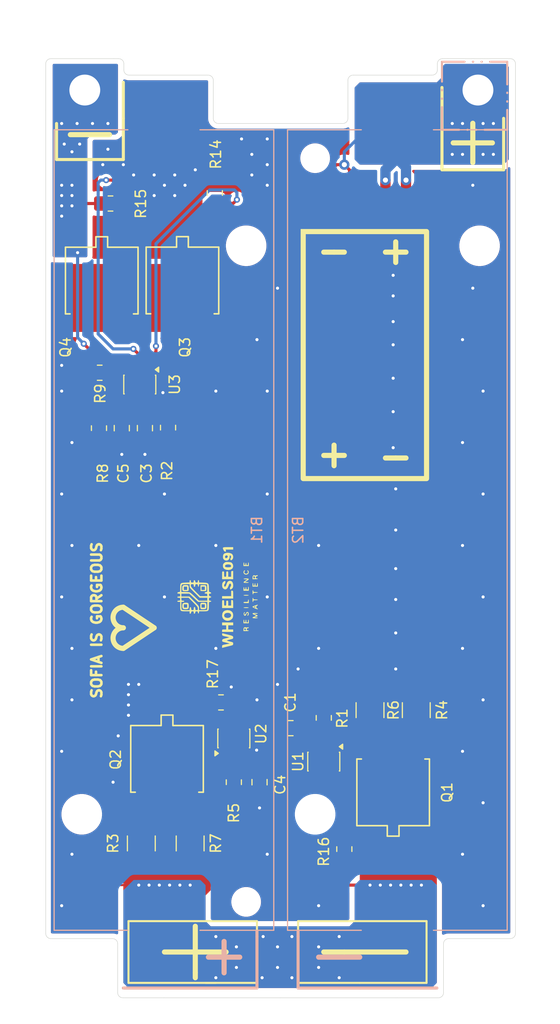
<source format=kicad_pcb>
(kicad_pcb (version 20241229) (generator "pcbnew") (generator_version "9.0")
  (layers (0 "F.Cu" signal) (2 "B.Cu" signal) (13 "F.Paste" user) (15 "B.Paste" user) (5 "F.SilkS" user "F.Silkscreen") (7 "B.SilkS" user "B.Silkscreen") (1 "F.Mask" user) (3 "B.Mask" user) (25 "Edge.Cuts" user))
  (net 0 "")
  (net 1 "PB+")
  (net 2 "/B1+2")
  (net 3 "GND")
  (net 4 "GND1")
  (net 5 "Net-(Q1-D)")
  (net 6 "/OUT1")
  (net 7 "/OUT2")
  (net 8 "Net-(Q2-D)")
  (net 9 "/OD")
  (net 10 "Net-(Q3-D)")
  (net 11 "/OC")
  (net 12 "/VC")
  (net 13 "Net-(U3-CS)")
  (net 14 "/VDD")
  (net 17 "/VDD(B1)")
  (net 22 "/VDD(B2)")
  (footprint "Resistor_SMD:R_1210_3225Metric_Pad1.30x2.65mm_HandSolder" (layer "F.Cu") (at 82.75 133.95 90)
    (property "Reference" "R3" (at 0 -2.75 90) (layer "F.SilkS"))
    (property "Value" "90R")
    (pad "1" smd roundrect (at -1.55 0 90) (size 1.3 2.65) (layers "F.Cu" "F.Mask" "F.Paste") (roundrect_rratio 0.192308) (net 2 "/B1+2"))
    (pad "2" smd roundrect (at 1.55 0 90) (size 1.3 2.65) (layers "F.Cu" "F.Mask" "F.Paste") (roundrect_rratio 0.192308) (net 8 "Net-(Q2-D)"))
  )
  (footprint "LOGO" (layer "F.Cu") (at 90.727064 110 90)
    (property "Reference" "G***" (hide yes))
    (property "Value" "LOGO" (hide yes))
  )
  (footprint "Capacitor_SMD:C_0805_2012Metric_Pad1.18x1.45mm_HandSolder" (layer "F.Cu") (at 83.1 93.6 -90)
    (property "Reference" "C3" (at 4.4 -0.15 90) (layer "F.SilkS"))
    (property "Value" "0.1uF")
    (pad "1" smd roundrect (at -1.0375 0 270) (size 1.175 1.45) (layers "F.Cu" "F.Mask" "F.Paste") (roundrect_rratio 0.212766) (net 14 "/VDD"))
    (pad "2" smd roundrect (at 1.0375 0 270) (size 1.175 1.45) (layers "F.Cu" "F.Mask" "F.Paste") (roundrect_rratio 0.212766) (net 3 "GND"))
  )
  (footprint "Connector_Wire:SolderWire-2.5sqmm_1x01_D2.4mm_OD4.4mm" (layer "F.Cu") (at 115.5 60.75)
    (property "Reference" "+" (at -0.5 4.75 0) (layer "F.SilkS") (effects (font (size 5 5) (thickness 0.5))))
    (property "Value" "Conn_01x01_Pin")
    (pad "1" thru_hole roundrect (at 0 0) (size 4.4 4.4) (drill 3) (layers "*.Cu" "*.Mask") (roundrect_rratio 0.056818) (net 1 "PB+"))
  )
  (footprint "Resistor_SMD:R_0805_2012Metric_Pad1.20x1.40mm_HandSolder" (layer "F.Cu") (at 100.5 121.75 -90)
    (property "Reference" "R1" (at 0.05 -1.8 90) (layer "F.SilkS"))
    (property "Value" "100R")
    (pad "1" smd roundrect (at -1 0 270) (size 1.2 1.4) (layers "F.Cu" "F.Mask" "F.Paste") (roundrect_rratio 0.208333) (net 1 "PB+"))
    (pad "2" smd roundrect (at 1 0 270) (size 1.2 1.4) (layers "F.Cu" "F.Mask" "F.Paste") (roundrect_rratio 0.208333) (net 17 "/VDD(B1)"))
  )
  (footprint "AOD4184A:TO252_AOS-L" (layer "F.Cu") (at 107.25 128.988)
    (property "Reference" "Q1" (at 5.25 0.012 90) (layer "F.SilkS"))
    (property "Value" "AOD4184A")
    (pad "1" smd rect (at -2.286 4.9657) (size 0.889 2.4384) (layers "F.Cu" "F.Mask" "F.Paste") (net 6 "/OUT1"))
    (pad "2" smd rect (at 0 -1.7653) (size 5.5118 5.7912) (layers "F.Cu" "F.Mask" "F.Paste") (net 5 "Net-(Q1-D)"))
    (pad "3" smd rect (at 2.286 4.9657) (size 0.889 2.4384) (layers "F.Cu" "F.Mask" "F.Paste") (net 2 "/B1+2"))
  )
  (footprint "Resistor_SMD:R_0805_2012Metric_Pad1.20x1.40mm_HandSolder" (layer "F.Cu") (at 89.9 70.75 -90)
    (property "Reference" "R14" (at -3.75 -0.1 90) (layer "F.SilkS"))
    (property "Value" "100k")
    (pad "1" smd roundrect (at -1 0 270) (size 1.2 1.4) (layers "F.Cu" "F.Mask" "F.Paste") (roundrect_rratio 0.208333) (net 3 "GND"))
    (pad "2" smd roundrect (at 1 0 270) (size 1.2 1.4) (layers "F.Cu" "F.Mask" "F.Paste") (roundrect_rratio 0.208333) (net 9 "/OD"))
  )
  (footprint "Package_TO_SOT_SMD:SOT-23-6" (layer "F.Cu") (at 82.6 89.3625 -90)
    (property "Reference" "U3" (at 0 -3.4 90) (layer "F.SilkS"))
    (property "Value" "HY2120")
    (pad "1" smd roundrect (at -1.1375 -0.95 270) (size 1.325 0.6) (layers "F.Cu" "F.Mask" "F.Paste") (net 9 "/OD"))
    (pad "2" smd roundrect (at -1.1375 0 270) (size 1.325 0.6) (layers "F.Cu" "F.Mask" "F.Paste") (net 11 "/OC"))
    (pad "3" smd roundrect (at -1.1375 0.95 270) (size 1.325 0.6) (layers "F.Cu" "F.Mask" "F.Paste") (net 13 "Net-(U3-CS)"))
    (pad "4" smd roundrect (at 1.1375 0.95 270) (size 1.325 0.6) (layers "F.Cu" "F.Mask" "F.Paste") (net 12 "/VC"))
    (pad "5" smd roundrect (at 1.1375 0 270) (size 1.325 0.6) (layers "F.Cu" "F.Mask" "F.Paste") (net 14 "/VDD"))
    (pad "6" smd roundrect (at 1.1375 -0.95 270) (size 1.325 0.6) (layers "F.Cu" "F.Mask" "F.Paste") (net 3 "GND"))
  )
  (footprint "Resistor_SMD:R_0805_2012Metric_Pad1.20x1.40mm_HandSolder" (layer "F.Cu") (at 85.35 93.55 90)
    (property "Reference" "R2" (at -4.2 -0.1 90) (layer "F.SilkS"))
    (property "Value" "330R")
    (pad "1" smd roundrect (at -1 0 90) (size 1.2 1.4) (layers "F.Cu" "F.Mask" "F.Paste") (roundrect_rratio 0.208333) (net 1 "PB+"))
    (pad "2" smd roundrect (at 1 0 90) (size 1.2 1.4) (layers "F.Cu" "F.Mask" "F.Paste") (roundrect_rratio 0.208333) (net 14 "/VDD"))
  )
  (footprint "AOD4184A:TO252_AOS-L" (layer "F.Cu") (at 78.9 79.2597 180)
    (property "Reference" "Q4" (at 3.5306 -6.4903 90) (layer "F.SilkS"))
    (property "Value" "AOD4184A")
    (pad "1" smd rect (at -2.286 4.9657 180) (size 0.889 2.4384) (layers "F.Cu" "F.Mask" "F.Paste") (net 11 "/OC"))
    (pad "2" smd rect (at 0 -1.7653 180) (size 5.5118 5.7912) (layers "F.Cu" "F.Mask" "F.Paste") (net 10 "Net-(Q3-D)"))
    (pad "3" smd rect (at 2.286 4.9657 180) (size 0.889 2.4384) (layers "F.Cu" "F.Mask" "F.Paste") (net 4 "GND1"))
  )
  (footprint "Resistor_SMD:R_0805_2012Metric_Pad1.20x1.40mm_HandSolder" (layer "F.Cu") (at 90.5 120.25 180)
    (property "Reference" "R17" (at 0.8 2.75 90) (layer "F.SilkS"))
    (property "Value" "100k")
    (pad "1" smd roundrect (at -1 0 180) (size 1.2 1.4) (layers "F.Cu" "F.Mask" "F.Paste") (roundrect_rratio 0.208333) (net 3 "GND"))
    (pad "2" smd roundrect (at 1 0 180) (size 1.2 1.4) (layers "F.Cu" "F.Mask" "F.Paste") (roundrect_rratio 0.208333) (net 7 "/OUT2"))
  )
  (footprint "Resistor_SMD:R_1210_3225Metric_Pad1.30x2.65mm_HandSolder" (layer "F.Cu") (at 109.5 121 -90)
    (property "Reference" "R4" (at 0 -2.5 90) (layer "F.SilkS"))
    (property "Value" "90R")
    (pad "1" smd roundrect (at -1.55 0 270) (size 1.3 2.65) (layers "F.Cu" "F.Mask" "F.Paste") (roundrect_rratio 0.192308) (net 1 "PB+"))
    (pad "2" smd roundrect (at 1.55 0 270) (size 1.3 2.65) (layers "F.Cu" "F.Mask" "F.Paste") (roundrect_rratio 0.192308) (net 5 "Net-(Q1-D)"))
  )
  (footprint "Resistor_SMD:R_1210_3225Metric_Pad1.30x2.65mm_HandSolder" (layer "F.Cu") (at 87.5 133.95 90)
    (property "Reference" "R7" (at 0 2.5 90) (layer "F.SilkS"))
    (property "Value" "90R")
    (pad "1" smd roundrect (at -1.55 0 90) (size 1.3 2.65) (layers "F.Cu" "F.Mask" "F.Paste") (roundrect_rratio 0.192308) (net 2 "/B1+2"))
    (pad "2" smd roundrect (at 1.55 0 90) (size 1.3 2.65) (layers "F.Cu" "F.Mask" "F.Paste") (roundrect_rratio 0.192308) (net 8 "Net-(Q2-D)"))
  )
  (footprint "Resistor_SMD:R_1210_3225Metric_Pad1.30x2.65mm_HandSolder" (layer "F.Cu") (at 105 121 -90)
    (property "Reference" "R6" (at 0 -2.28 90) (layer "F.SilkS"))
    (property "Value" "90R")
    (pad "1" smd roundrect (at -1.55 0 270) (size 1.3 2.65) (layers "F.Cu" "F.Mask" "F.Paste") (roundrect_rratio 0.192308) (net 1 "PB+"))
    (pad "2" smd roundrect (at 1.55 0 270) (size 1.3 2.65) (layers "F.Cu" "F.Mask" "F.Paste") (roundrect_rratio 0.192308) (net 5 "Net-(Q1-D)"))
  )
  (footprint "Resistor_SMD:R_0805_2012Metric_Pad1.20x1.40mm_HandSolder" (layer "F.Cu") (at 79.75 71.775 180)
    (property "Reference" "R15" (at -2.95 -0.025 270) (layer "F.SilkS"))
    (property "Value" "100k")
    (pad "1" smd roundrect (at -1 0 180) (size 1.2 1.4) (layers "F.Cu" "F.Mask" "F.Paste") (roundrect_rratio 0.208333) (net 11 "/OC"))
    (pad "2" smd roundrect (at 1 0 180) (size 1.2 1.4) (layers "F.Cu" "F.Mask" "F.Paste") (roundrect_rratio 0.208333) (net 4 "GND1"))
  )
  (footprint "Connector_Wire:SolderWire-2.5sqmm_1x01_D2.4mm_OD4.4mm" (layer "F.Cu") (at 77.25 60.75)
    (property "Reference" "-" (at 0.5 3.95 0) (layer "F.SilkS") (effects (font (size 5 5) (thickness 0.5))))
    (property "Value" "Conn_01x01_Pin")
    (pad "1" thru_hole roundrect (at 0 0) (size 4.4 4.4) (drill 3) (layers "*.Cu" "*.Mask") (roundrect_rratio 0.056818) (net 4 "GND1"))
  )
  (footprint "Resistor_SMD:R_0805_2012Metric_Pad1.20x1.40mm_HandSolder" (layer "F.Cu") (at 91.75 128 90)
    (property "Reference" "R5" (at -3 0 90) (layer "F.SilkS"))
    (property "Value" "100R")
    (pad "1" smd roundrect (at -1 0 90) (size 1.2 1.4) (layers "F.Cu" "F.Mask" "F.Paste") (roundrect_rratio 0.208333) (net 2 "/B1+2"))
    (pad "2" smd roundrect (at 1 0 90) (size 1.2 1.4) (layers "F.Cu" "F.Mask" "F.Paste") (roundrect_rratio 0.208333) (net 22 "/VDD(B2)"))
  )
  (footprint "Capacitor_SMD:C_0805_2012Metric_Pad1.18x1.45mm_HandSolder" (layer "F.Cu") (at 94.25 128 -90)
    (property "Reference" "C4" (at 0.25 -2 90) (layer "F.SilkS"))
    (property "Value" "0.1uF")
    (pad "1" smd roundrect (at -1.0375 0 270) (size 1.175 1.45) (layers "F.Cu" "F.Mask" "F.Paste") (roundrect_rratio 0.212766) (net 22 "/VDD(B2)"))
    (pad "2" smd roundrect (at 1.0375 0 270) (size 1.175 1.45) (layers "F.Cu" "F.Mask" "F.Paste") (roundrect_rratio 0.212766) (net 3 "GND"))
  )
  (footprint "Resistor_SMD:R_0805_2012Metric_Pad1.20x1.40mm_HandSolder" (layer "F.Cu") (at 102.5 134.5 90)
    (property "Reference" "R16" (at -0.25 -2 90) (layer "F.SilkS"))
    (property "Value" "100k")
    (pad "1" smd roundrect (at -1 0 90) (size 1.2 1.4) (layers "F.Cu" "F.Mask" "F.Paste") (roundrect_rratio 0.208333) (net 2 "/B1+2"))
    (pad "2" smd roundrect (at 1 0 90) (size 1.2 1.4) (layers "F.Cu" "F.Mask" "F.Paste") (roundrect_rratio 0.208333) (net 6 "/OUT1"))
  )
  (footprint "AOD4184A:TO252_AOS-L" (layer "F.Cu") (at 86.75 79.25 180)
    (property "Reference" "Q3" (at -0.25 -6.5 90) (layer "F.SilkS"))
    (property "Value" "AOD4184A")
    (pad "1" smd rect (at -2.286 4.9657 180) (size 0.889 2.4384) (layers "F.Cu" "F.Mask" "F.Paste") (net 9 "/OD"))
    (pad "2" smd rect (at 0 -1.7653 180) (size 5.5118 5.7912) (layers "F.Cu" "F.Mask" "F.Paste") (net 10 "Net-(Q3-D)"))
    (pad "3" smd rect (at 2.286 4.9657 180) (size 0.889 2.4384) (layers "F.Cu" "F.Mask" "F.Paste") (net 3 "GND"))
  )
  (footprint "Package_TO_SOT_SMD:SOT-23-6" (layer "F.Cu") (at 100.5 126 -90)
    (property "Reference" "U1" (at 0 2.5 90) (layer "F.SilkS"))
    (property "Value" "HY2213")
    (pad "1" smd roundrect (at -1.1375 -0.95 270) (size 1.325 0.6) (layers "F.Cu" "F.Mask" "F.Paste"))
    (pad "2" smd roundrect (at -1.1375 0 270) (size 1.325 0.6) (layers "F.Cu" "F.Mask" "F.Paste") (net 17 "/VDD(B1)"))
    (pad "3" smd roundrect (at -1.1375 0.95 270) (size 1.325 0.6) (layers "F.Cu" "F.Mask" "F.Paste") (net 2 "/B1+2"))
    (pad "4" smd roundrect (at 1.1375 0.95 270) (size 1.325 0.6) (layers "F.Cu" "F.Mask" "F.Paste"))
    (pad "5" smd roundrect (at 1.1375 0 270) (size 1.325 0.6) (layers "F.Cu" "F.Mask" "F.Paste"))
    (pad "6" smd roundrect (at 1.1375 -0.95 270) (size 1.325 0.6) (layers "F.Cu" "F.Mask" "F.Paste") (net 6 "/OUT1"))
  )
  (footprint "AOD4184A:TO252_AOS-L" (layer "F.Cu") (at 85.25 125.7347 180)
    (property "Reference" "Q2" (at 5 -0.0653 90) (layer "F.SilkS"))
    (property "Value" "AOD4184A")
    (pad "1" smd rect (at -2.286 4.9657 180) (size 0.889 2.4384) (layers "F.Cu" "F.Mask" "F.Paste") (net 7 "/OUT2"))
    (pad "2" smd rect (at 0 -1.7653 180) (size 5.5118 5.7912) (layers "F.Cu" "F.Mask" "F.Paste") (net 8 "Net-(Q2-D)"))
    (pad "3" smd rect (at 2.286 4.9657 180) (size 0.889 2.4384) (layers "F.Cu" "F.Mask" "F.Paste") (net 3 "GND"))
  )
  (footprint "Resistor_SMD:R_0805_2012Metric_Pad1.20x1.40mm_HandSolder" (layer "F.Cu") (at 78.7 88.217707)
    (property "Reference" "R9" (at 0.05 2.032293 90) (layer "F.SilkS"))
    (property "Value" "2k")
    (pad "1" smd roundrect (at -1 0) (size 1.2 1.4) (layers "F.Cu" "F.Mask" "F.Paste") (roundrect_rratio 0.208333) (net 4 "GND1"))
    (pad "2" smd roundrect (at 1 0) (size 1.2 1.4) (layers "F.Cu" "F.Mask" "F.Paste") (roundrect_rratio 0.208333) (net 13 "Net-(U3-CS)"))
  )
  (footprint "Resistor_SMD:R_0805_2012Metric_Pad1.20x1.40mm_HandSolder" (layer "F.Cu") (at 78.62976 93.6 90)
    (property "Reference" "R8" (at -4.4 0.37024 90) (layer "F.SilkS"))
    (property "Value" "330R")
    (pad "1" smd roundrect (at -1 0 90) (size 1.2 1.4) (layers "F.Cu" "F.Mask" "F.Paste") (roundrect_rratio 0.208333) (net 2 "/B1+2"))
    (pad "2" smd roundrect (at 1 0 90) (size 1.2 1.4) (layers "F.Cu" "F.Mask" "F.Paste") (roundrect_rratio 0.208333) (net 12 "/VC"))
  )
  (footprint "Capacitor_SMD:C_0805_2012Metric_Pad1.18x1.45mm_HandSolder" (layer "F.Cu") (at 97.25 122.75 180)
    (property "Reference" "C1" (at 0 2.5 90) (layer "F.SilkS"))
    (property "Value" "0.1uF")
    (pad "1" smd roundrect (at -1.0375 0 180) (size 1.175 1.45) (layers "F.Cu" "F.Mask" "F.Paste") (roundrect_rratio 0.212766) (net 17 "/VDD(B1)"))
    (pad "2" smd roundrect (at 1.0375 0 180) (size 1.175 1.45) (layers "F.Cu" "F.Mask" "F.Paste") (roundrect_rratio 0.212766) (net 2 "/B1+2"))
  )
  (footprint "Capacitor_SMD:C_0805_2012Metric_Pad1.18x1.45mm_HandSolder" (layer "F.Cu") (at 80.85 93.6 -90)
    (property "Reference" "C5" (at 4.4 -0.15 90) (layer "F.SilkS"))
    (property "Value" "0.1uF")
    (pad "1" smd roundrect (at -1.0375 0 270) (size 1.175 1.45) (layers "F.Cu" "F.Mask" "F.Paste") (roundrect_rratio 0.212766) (net 12 "/VC"))
    (pad "2" smd roundrect (at 1.0375 0 270) (size 1.175 1.45) (layers "F.Cu" "F.Mask" "F.Paste") (roundrect_rratio 0.212766) (net 3 "GND"))
  )
  (footprint "Package_TO_SOT_SMD:SOT-23-6" (layer "F.Cu") (at 91.75 123.75 90)
    (property "Reference" "U2" (at 0.45 2.65 90) (layer "F.SilkS"))
    (property "Value" "HY2213")
    (pad "1" smd roundrect (at -1.1375 -0.95 90) (size 1.325 0.6) (layers "F.Cu" "F.Mask" "F.Paste"))
    (pad "2" smd roundrect (at -1.1375 0 90) (size 1.325 0.6) (layers "F.Cu" "F.Mask" "F.Paste") (net 22 "/VDD(B2)"))
    (pad "3" smd roundrect (at -1.1375 0.95 90) (size 1.325 0.6) (layers "F.Cu" "F.Mask" "F.Paste") (net 3 "GND"))
    (pad "4" smd roundrect (at 1.1375 0.95 90) (size 1.325 0.6) (layers "F.Cu" "F.Mask" "F.Paste"))
    (pad "5" smd roundrect (at 1.1375 0 90) (size 1.325 0.6) (layers "F.Cu" "F.Mask" "F.Paste"))
    (pad "6" smd roundrect (at 1.1375 -0.95 90) (size 1.325 0.6) (layers "F.Cu" "F.Mask" "F.Paste") (net 7 "/OUT2"))
  )
  (footprint "Battery:BatteryHolder_Keystone_1042_1x18650" (layer "B.Cu") (at 107.66 103.5 -90)
    (property "Reference" "BT1" (at 0 13.66 90) (layer "B.SilkS") (effects (justify mirror)))
    (property "Value" "Battery_Cell")
    (pad "" np_thru_hole circle (at -36.13 8 270) (size 2.39 2.39) (drill 2.39) (layers "*.Cu" "*.Mask"))
    (pad "" np_thru_hole circle (at -27.62 -8 270) (size 3.45 3.45) (drill 3.45) (layers "*.Cu" "*.Mask"))
    (pad "" np_thru_hole circle (at 27.62 8 270) (size 3.45 3.45) (drill 3.45) (layers "*.Cu" "*.Mask"))
    (pad "1" smd roundrect (at -39.69 0 270) (size 7.5 6.5) (layers "B.Cu" "B.Mask" "B.Paste") (roundrect_rratio 0.038462) (net 1 "PB+"))
    (pad "2" smd roundrect (at 39.69 0 270) (size 7.5 6.5) (layers "B.Cu" "B.Mask" "B.Paste") (roundrect_rratio 0.038462) (net 2 "/B1+2"))
  )
  (footprint "Battery:BatteryHolder_Keystone_1042_1x18650" (layer "B.Cu") (at 84.95 103.5 90)
    (property "Reference" "BT2" (at 0 13.05 90) (layer "B.SilkS") (effects (justify mirror)))
    (property "Value" "Battery_Cell")
    (fp_text user "+" (at -41.5 5.55 90) (layer "B.SilkS") (effects (font (size 4 4) (thickness 0.5)) (justify mirror)))
    (pad "" np_thru_hole circle (at -36.13 8 90) (size 2.39 2.39) (drill 2.39) (layers "*.Cu" "*.Mask"))
    (pad "" np_thru_hole circle (at -27.62 -8 90) (size 3.45 3.45) (drill 3.45) (layers "*.Cu" "*.Mask"))
    (pad "" np_thru_hole circle (at 27.62 8 90) (size 3.45 3.45) (drill 3.45) (layers "*.Cu" "*.Mask"))
    (pad "1" smd roundrect (at -39.69 0 90) (size 7.5 6.5) (layers "B.Cu" "B.Mask" "B.Paste") (roundrect_rratio 0.038462) (net 2 "/B1+2"))
    (pad "2" smd roundrect (at 39.69 0 90) (size 7.5 6.5) (layers "B.Cu" "B.Mask" "B.Paste") (roundrect_rratio 0.038462) (net 3 "GND"))
  )
  (gr_line (start 101.5 95.25) (end 101.5 96.25) (stroke (width 0.5)) (layer "F.SilkS"))
  (gr_line (start 88 146.5) (end 88 147) (stroke (width 0.5)) (layer "F.SilkS"))
  (gr_line (start 101.5 96.25) (end 100.5 96.25) (stroke (width 0.5)) (layer "F.SilkS"))
  (gr_line (start 118 63.5) (end 118 68.5) (stroke (width 0.3)) (layer "F.SilkS"))
  (gr_line (start 112 68.5) (end 112 60.5) (stroke (width 0.3)) (layer "F.SilkS"))
  (gr_line (start 98 147.5) (end 104 147.5) (stroke (width 0.2)) (layer "F.SilkS"))
  (gr_line (start 101.5 97.25) (end 101.5 96.25) (stroke (width 0.5)) (layer "F.SilkS"))
  (gr_line (start 118 68.5) (end 112 68.5) (stroke (width 0.3)) (layer "F.SilkS"))
  (gr_rect (start 98.5 74.5) (end 110.5 98.5) (stroke (width 0.5)) (fill no) (layer "F.SilkS"))
  (gr_line (start 81 115) (end 84 113) (stroke (width 0.5)) (layer "F.SilkS"))
  (gr_line (start 107.5 76.5) (end 108.5 76.5) (stroke (width 0.5)) (layer "F.SilkS"))
  (gr_line (start 101.5 96.25) (end 101.5 95.25) (stroke (width 0.1)) (layer "F.SilkS"))
  (gr_line (start 102.5 96.25) (end 101.5 96.25) (stroke (width 0.5)) (layer "F.SilkS"))
  (gr_line (start 88 142) (end 88 146.5) (stroke (width 0.5)) (layer "F.SilkS"))
  (gr_arc (start 81 115) (mid 80 114) (end 81 113) (stroke (width 0.5)) (layer "F.SilkS"))
  (gr_line (start 110.5 147.5) (end 104 147.5) (stroke (width 0.2)) (layer "F.SilkS"))
  (gr_line (start 81 63.5) (end 81 60) (stroke (width 0.3)) (layer "F.SilkS"))
  (gr_line (start 102.5 144.5) (end 100.5 144.5) (stroke (width 0.5)) (layer "F.SilkS"))
  (gr_line (start 101.5 76.5) (end 102.5 76.5) (stroke (width 0.5)) (layer "F.SilkS"))
  (gr_line (start 98 141.5) (end 98 147.5) (stroke (width 0.2)) (layer "F.SilkS"))
  (gr_line (start 110.5 141.5) (end 110.5 147.5) (stroke (width 0.2)) (layer "F.SilkS"))
  (gr_line (start 104.5 98.5) (end 101.5 98.5) (stroke (width 0.1)) (layer "F.SilkS"))
  (gr_line (start 107.5 76.5) (end 107.5 75.5) (stroke (width 0.5)) (layer "F.SilkS"))
  (gr_line (start 100.5 96.25) (end 102.5 96.25) (stroke (width 0.1)) (layer "F.SilkS"))
  (gr_line (start 107.5 96.5) (end 108.5 96.5) (stroke (width 0.5)) (layer "F.SilkS"))
  (gr_line (start 107.5 96.5) (end 106.5 96.5) (stroke (width 0.5)) (layer "F.SilkS"))
  (gr_line (start 104 141.5) (end 98 141.5) (stroke (width 0.2)) (layer "F.SilkS"))
  (gr_line (start 107.5 76.5) (end 106.5 76.5) (stroke (width 0.5)) (layer "F.SilkS"))
  (gr_line (start 85 144.5) (end 91 144.5) (stroke (width 0.5)) (layer "F.SilkS"))
  (gr_line (start 101.5 76.5) (end 100.5 76.5) (stroke (width 0.5)) (layer "F.SilkS"))
  (gr_line (start 104 141.5) (end 110.5 141.5) (stroke (width 0.2)) (layer "F.SilkS"))
  (gr_line (start 89 141.5) (end 81.5 141.5) (stroke (width 0.2)) (layer "F.SilkS"))
  (gr_line (start 107.5 76.5) (end 107.5 77.5) (stroke (width 0.5)) (layer "F.SilkS"))
  (gr_arc (start 81 113) (mid 80 112) (end 81 111) (stroke (width 0.5)) (layer "F.SilkS"))
  (gr_line (start 94 141.5) (end 89 141.5) (stroke (width 0.2)) (layer "F.SilkS"))
  (gr_line (start 74.5 64) (end 74.5 67.5) (stroke (width 0.3)) (layer "F.SilkS"))
  (gr_line (start 106.5 76.5) (end 107.5 76.5) (stroke (width 0.1)) (layer "F.SilkS"))
  (gr_line (start 94 147.5) (end 94 141.5) (stroke (width 0.2)) (layer "F.SilkS"))
  (gr_line (start 81 67.5) (end 81 63.5) (stroke (width 0.3)) (layer "F.SilkS"))
  (gr_line (start 81.5 147.5) (end 90 147.5) (stroke (width 0.2)) (layer "F.SilkS"))
  (gr_line (start 81.5 141.5) (end 81.5 147.5) (stroke (width 0.2)) (layer "F.SilkS"))
  (gr_line (start 74.5 67.5) (end 81 67.5) (stroke (width 0.3)) (layer "F.SilkS"))
  (gr_line (start 84 113) (end 81 111) (stroke (width 0.5)) (layer "F.SilkS"))
  (gr_line (start 102.5 144.5) (end 108.5 144.5) (stroke (width 0.5)) (layer "F.SilkS"))
  (gr_line (start 89 147.5) (end 94 147.5) (stroke (width 0.2)) (layer "F.SilkS"))
  (gr_line (start 104 148) (end 111.5 148) (stroke (width 0.3)) (layer "B.SilkS"))
  (gr_rect (start 112 58) (end 118.345 64.61) (stroke (width 0.2) (type dash_dot_dot)) (fill no) (layer "B.SilkS"))
  (gr_line (start 89 148) (end 94 148) (stroke (width 0.3)) (layer "B.SilkS"))
  (gr_line (start 89 148) (end 81 148) (stroke (width 0.3)) (layer "B.SilkS"))
  (gr_line (start 98 148) (end 104 148) (stroke (width 0.3)) (layer "B.SilkS"))
  (gr_line (start 94 148) (end 94 143) (stroke (width 0.3)) (layer "B.SilkS"))
  (gr_line (start 98 143) (end 98 148) (stroke (width 0.3)) (layer "B.SilkS"))
  (gr_line (start 94 143) (end 94 142.5) (stroke (width 0.3)) (layer "B.SilkS"))
  (gr_line (start 98 143) (end 98 142.5) (stroke (width 0.3)) (layer "B.SilkS"))
  (gr_line (start 104 145) (end 100 145) (stroke (width 0.5)) (layer "B.SilkS"))
  (gr_line (start 119.15 142.7) (end 119.15 62.7) (stroke (width 0.05)) (layer "Edge.Cuts"))
  (gr_line (start 112.65 143.2) (end 118.65 143.2) (stroke (width 0.05)) (layer "Edge.Cuts"))
  (gr_line (start 119.15 62.7) (end 119.15 58.2) (stroke (width 0.05)) (layer "Edge.Cuts"))
  (gr_line (start 112.55 57.7) (end 112.05 57.7) (stroke (width 0.05)) (layer "Edge.Cuts"))
  (gr_line (start 102.35 64) (end 90.25 64) (stroke (width 0.05)) (layer "Edge.Cuts"))
  (gr_line (start 118.65 57.7) (end 112.55 57.7) (stroke (width 0.05)) (layer "Edge.Cuts"))
  (gr_arc (start 102.85 59.8) (mid 102.996447 59.446447) (end 103.35 59.3) (stroke (width 0.05)) (layer "Edge.Cuts"))
  (gr_arc (start 80.95 148.95) (mid 80.596447 148.803553) (end 80.45 148.45) (stroke (width 0.05)) (layer "Edge.Cuts"))
  (gr_arc (start 111.55 58.8) (mid 111.403553 59.153553) (end 111.05 59.3) (stroke (width 0.05)) (layer "Edge.Cuts"))
  (gr_line (start 102.85 59.8) (end 102.85 63.5) (stroke (width 0.05)) (layer "Edge.Cuts"))
  (gr_line (start 79.95 143.2) (end 73.95 143.2) (stroke (width 0.05)) (layer "Edge.Cuts"))
  (gr_arc (start 118.65 57.7) (mid 119.003553 57.846447) (end 119.15 58.2) (stroke (width 0.05)) (layer "Edge.Cuts"))
  (gr_line (start 73.45 62.7) (end 73.45 58.2) (stroke (width 0.05)) (layer "Edge.Cuts"))
  (gr_line (start 80.45 148.45) (end 80.45 143.7) (stroke (width 0.05)) (layer "Edge.Cuts"))
  (gr_line (start 73.95 57.7) (end 80.05 57.7) (stroke (width 0.05)) (layer "Edge.Cuts"))
  (gr_arc (start 89.25 59.3) (mid 89.603553 59.446447) (end 89.75 59.8) (stroke (width 0.05)) (layer "Edge.Cuts"))
  (gr_arc (start 112.15 143.7) (mid 112.296447 143.346447) (end 112.65 143.2) (stroke (width 0.05)) (layer "Edge.Cuts"))
  (gr_arc (start 73.95 143.2) (mid 73.596447 143.053553) (end 73.45 142.7) (stroke (width 0.05)) (layer "Edge.Cuts"))
  (gr_arc (start 80.55 57.7) (mid 80.903553 57.846447) (end 81.05 58.2) (stroke (width 0.05)) (layer "Edge.Cuts"))
  (gr_line (start 111.55 58.2) (end 111.55 58.8) (stroke (width 0.05)) (layer "Edge.Cuts"))
  (gr_arc (start 90.25 64) (mid 89.896447 63.853553) (end 89.75 63.5) (stroke (width 0.05)) (layer "Edge.Cuts"))
  (gr_arc (start 102.85 63.5) (mid 102.703553 63.853553) (end 102.35 64) (stroke (width 0.05)) (layer "Edge.Cuts"))
  (gr_line (start 80.05 57.7) (end 80.55 57.7) (stroke (width 0.05)) (layer "Edge.Cuts"))
  (gr_line (start 107.65 148.95) (end 111.65 148.95) (stroke (width 0.05)) (layer "Edge.Cuts"))
  (gr_line (start 112.15 148.45) (end 112.15 143.7) (stroke (width 0.05)) (layer "Edge.Cuts"))
  (gr_arc (start 112.15 148.45) (mid 112.003553 148.803553) (end 111.65 148.95) (stroke (width 0.05)) (layer "Edge.Cuts"))
  (gr_arc (start 73.45 58.2) (mid 73.596447 57.846447) (end 73.95 57.7) (stroke (width 0.05)) (layer "Edge.Cuts"))
  (gr_arc (start 79.95 143.2) (mid 80.303553 143.346447) (end 80.45 143.7) (stroke (width 0.05)) (layer "Edge.Cuts"))
  (gr_line (start 81.05 58.2) (end 81.05 58.8) (stroke (width 0.05)) (layer "Edge.Cuts"))
  (gr_line (start 96.3 148.95) (end 107.65 148.95) (stroke (width 0.05)) (layer "Edge.Cuts"))
  (gr_line (start 89.75 59.8) (end 89.75 63.5) (stroke (width 0.05)) (layer "Edge.Cuts"))
  (gr_line (start 96.3 148.95) (end 84.95 148.95) (stroke (width 0.05)) (layer "Edge.Cuts"))
  (gr_line (start 81.55 59.3) (end 89.25 59.3) (stroke (width 0.05)) (layer "Edge.Cuts"))
  (gr_arc (start 81.55 59.3) (mid 81.196447 59.153553) (end 81.05 58.8) (stroke (width 0.05)) (layer "Edge.Cuts"))
  (gr_line (start 73.45 142.7) (end 73.45 62.7) (stroke (width 0.05)) (layer "Edge.Cuts"))
  (gr_line (start 84.95 148.95) (end 80.95 148.95) (stroke (width 0.05)) (layer "Edge.Cuts"))
  (gr_arc (start 111.55 58.2) (mid 111.696447 57.846447) (end 112.05 57.7) (stroke (width 0.05)) (layer "Edge.Cuts"))
  (gr_line (start 111.05 59.3) (end 103.35 59.3) (stroke (width 0.05)) (layer "Edge.Cuts"))
  (gr_arc (start 119.15 142.7) (mid 119.003553 143.053553) (end 118.65 143.2) (stroke (width 0.05)) (layer "Edge.Cuts"))
  (gr_text "SOFIA IS GORGEOUS" (at 79 120 90) (layer "F.SilkS") (effects (font (size 1 1) (thickness 0.25) (bold yes)) (justify left bottom)))
  (segment (start 103 68.5) (end 103 116.75) (width 0.3) (layer "F.Cu") (net 1))
  (segment (start 109.5 119.45) (end 109.5 72.75) (width 1) (layer "F.Cu") (net 1))
  (segment (start 85.35 94.55) (end 98.7 94.55) (width 0.3) (layer "F.Cu") (net 1))
  (segment (start 101.25 92) (end 101.25 68.5) (width 0.3) (layer "F.Cu") (net 1))
  (segment (start 101.75 68) (end 102.5 68) (width 0.3) (layer "F.Cu") (net 1))
  (segment (start 98.7 94.55) (end 101.25 92) (width 0.3) (layer "F.Cu") (net 1))
  (segment (start 105 73.25) (end 106.5 71.75) (width 1) (layer "F.Cu") (net 1))
  (segment (start 100.5 119.25) (end 100.5 120.75) (width 0.3) (layer "F.Cu") (net 1))
  (segment (start 106.5 69.5) (end 106.5 71.75) (width 1) (layer "F.Cu") (net 1))
  (segment (start 105 119.45) (end 105 73.25) (width 1) (layer "F.Cu") (net 1))
  (segment (start 103 116.75) (end 100.5 119.25) (width 0.3) (layer "F.Cu") (net 1))
  (segment (start 101.25 68.5) (end 101.75 68) (width 0.3) (layer "F.Cu") (net 1))
  (segment (start 102.5 68) (end 103 68.5) (width 0.3) (layer "F.Cu") (net 1))
  (segment (start 109.5 72.75) (end 108.5 71.75) (width 1) (layer "F.Cu") (net 1))
  (segment (start 108.5 71.75) (end 108.5 69.5) (width 1) (layer "F.Cu") (net 1))
  (via (at 114 67) (size 0.6) (drill 0.3) (layers "F.Cu" "B.Cu") (net 1))
  (via (at 113 64) (size 0.6) (drill 0.3) (layers "F.Cu" "B.Cu") (net 1))
  (via (at 117 67) (size 0.6) (drill 0.3) (layers "F.Cu" "B.Cu") (net 1))
  (via (at 108.5 69.5) (size 1) (drill 0.5) (layers "F.Cu" "B.Cu") (net 1))
  (via (at 114 64) (size 0.6) (drill 0.3) (layers "F.Cu" "B.Cu") (net 1))
  (via (at 102.5 68) (size 1) (drill 0.5) (layers "F.Cu" "B.Cu") (net 1))
  (via (at 117 64) (size 0.6) (drill 0.3) (layers "F.Cu" "B.Cu") (net 1))
  (via (at 113 67) (size 0.6) (drill 0.3) (layers "F.Cu" "B.Cu") (net 1))
  (via (at 116 64) (size 0.6) (drill 0.3) (layers "F.Cu" "B.Cu") (net 1))
  (via (at 116 67) (size 0.6) (drill 0.3) (layers "F.Cu" "B.Cu") (net 1))
  (via (at 106.5 69.5) (size 1) (drill 0.5) (layers "F.Cu" "B.Cu") (net 1))
  (segment (start 107.66 67.34) (end 106.5 68.5) (width 1) (layer "B.Cu") (net 1))
  (segment (start 106.5 68.5) (end 106.5 69.5) (width 1) (layer "B.Cu") (net 1))
  (segment (start 107.66 63.81) (end 107.66 67.34) (width 1) (layer "B.Cu") (net 1))
  (segment (start 108.5 68.25) (end 108.5 69.5) (width 1) (layer "B.Cu") (net 1))
  (segment (start 105.44 63.81) (end 107.66 63.81) (width 0.3) (layer "B.Cu") (net 1))
  (segment (start 102.5 68) (end 102.5 66.75) (width 0.3) (layer "B.Cu") (net 1))
  (segment (start 102.5 66.75) (end 105.44 63.81) (width 0.3) (layer "B.Cu") (net 1))
  (segment (start 107.66 63.81) (end 107.66 67.41) (width 1) (layer "B.Cu") (net 1))
  (segment (start 107.66 67.41) (end 108.5 68.25) (width 1) (layer "B.Cu") (net 1))
  (segment (start 91.75 137.25) (end 91 138) (width 0.3) (layer "F.Cu") (net 2))
  (segment (start 99 138) (end 105 138) (width 0.3) (layer "F.Cu") (net 2))
  (segment (start 80.25 138) (end 82.5 138) (width 0.2) (layer "F.Cu") (net 2))
  (segment (start 78.62976 94.6) (end 78.62976 128.37976) (width 0.2) (layer "F.Cu") (net 2))
  (segment (start 79.5 129.25) (end 79.5 137.25) (width 0.2) (layer "F.Cu") (net 2))
  (segment (start 97.253606 124.8625) (end 97.25 124.866106) (width 0.3) (layer "F.Cu") (net 2))
  (segment (start 96.2125 123.2125) (end 96.2125 122.75) (width 0.3) (layer "F.Cu") (net 2))
  (segment (start 97.25 124.866106) (end 97.25 136.25) (width 0.3) (layer "F.Cu") (net 2))
  (segment (start 102.5 135.5) (end 103.75 135.5) (width 0.3) (layer "F.Cu") (net 2))
  (segment (start 97.25 136.25) (end 99 138) (width 0.3) (layer "F.Cu") (net 2))
  (segment (start 99.55 124.8625) (end 97.253606 124.8625) (width 0.3) (layer "F.Cu") (net 2))
  (segment (start 91.75 129) (end 91.75 137.25) (width 0.3) (layer "F.Cu") (net 2))
  (segment (start 97.25 124.25) (end 96.2125 123.2125) (width 0.3) (layer "F.Cu") (net 2))
  (segment (start 97.25 124.866106) (end 97.25 124.25) (width 0.3) (layer "F.Cu") (net 2))
  (segment (start 103.75 135.5) (end 105 136.75) (width 0.3) (layer "F.Cu") (net 2))
  (segment (start 105 136.75) (end 105 138) (width 0.3) (layer "F.Cu") (net 2))
  (segment (start 78.62976 128.37976) (end 79.5 129.25) (width 0.2) (layer "F.Cu") (net 2))
  (segment (start 91 138) (end 87.5 138) (width 0.3) (layer "F.Cu") (net 2))
  (segment (start 79.5 137.25) (end 80.25 138) (width 0.2) (layer "F.Cu") (net 2))
  (via (at 100 144) (size 0.6) (drill 0.3) (layers "F.Cu" "B.Cu") (net 2))
  (via (at 97.4 147) (size 0.6) (drill 0.3) (layers "F.Cu" "B.Cu") (net 2))
  (via (at 105 138) (size 0.6) (drill 0.3) (layers "F.Cu" "B.Cu") (net 2))
  (via (at 100 146) (size 0.6) (drill 0.3) (layers "F.Cu" "B.Cu") (net 2))
  (via (at 94.6 143) (size 0.6) (drill 0.3) (layers "F.Cu" "B.Cu") (net 2))
  (via (at 84.5 138) (size 0.6) (drill 0.3) (layers "F.Cu" "B.Cu") (net 2))
  (via (at 86.5 138) (size 0.6) (drill 0.3) (layers "F.Cu" "B.Cu") (net 2))
  (via (at 110 138) (size 0.6) (drill 0.3) (layers "F.Cu" "B.Cu") (net 2))
  (via (at 82.5 138) (size 0.6) (drill 0.3) (layers "F.Cu" "B.Cu") (net 2))
  (via (at 106 138) (size 0.6) (drill 0.3) (layers "F.Cu" "B.Cu") (net 2))
  (via (at 90 143) (size 0.6) (drill 0.3) (layers "F.Cu" "B.Cu") (net 2))
  (via (at 90 147) (size 0.6) (drill 0.3) (layers "F.Cu" "B.Cu") (net 2))
  (via (at 92 146) (size 0.6) (drill 0.3) (layers "F.Cu" "B.Cu") (net 2))
  (via (at 102 147) (size 0.6) (drill 0.3) (layers "F.Cu" "B.Cu") (net 2))
  (via (at 96 144) (size 0.6) (drill 0.3) (layers "F.Cu" "B.Cu") (net 2))
  (via (at 96 146) (size 0.6) (drill 0.3) (layers "F.Cu" "B.Cu") (net 2))
  (via (at 102 143) (size 0.6) (drill 0.3) (layers "F.Cu" "B.Cu") (net 2))
  (via (at 87.5 138) (size 0.6) (drill 0.3) (layers "F.Cu" "B.Cu") (net 2))
  (via (at 97.4 143) (size 0.6) (drill 0.3) (layers "F.Cu" "B.Cu") (net 2))
  (via (at 85.5 138) (size 0.6) (drill 0.3) (layers "F.Cu" "B.Cu") (net 2))
  (via (at 94.5 147) (size 0.6) (drill 0.3) (layers "F.Cu" "B.Cu") (net 2))
  (via (at 92 144) (size 0.6) (drill 0.3) (layers "F.Cu" "B.Cu") (net 2))
  (via (at 109 138) (size 0.6) (drill 0.3) (layers "F.Cu" "B.Cu") (net 2))
  (via (at 108 138) (size 0.6) (drill 0.3) (layers "F.Cu" "B.Cu") (net 2))
  (via (at 83.5 138) (size 0.6) (drill 0.3) (layers "F.Cu" "B.Cu") (net 2))
  (via (at 107 138) (size 0.6) (drill 0.3) (layers "F.Cu" "B.Cu") (net 2))
  (segment (start 91.5 118.75) (end 91.5 120.25) (width 0.3) (layer "F.Cu") (net 3))
  (segment (start 84.5 90.5) (end 84.85 90.15) (width 0.3) (layer "F.Cu") (net 3))
  (segment (start 83.55 90.5) (end 84.5 90.5) (width 0.3) (layer "F.Cu") (net 3))
  (segment (start 83.1 94.6375) (end 83.1 96.15) (width 0.3) (layer "F.Cu") (net 3))
  (segment (start 94.25 129.0375) (end 94.25 130.5) (width 0.3) (layer "F.Cu") (net 3))
  (segment (start 89.9 69.75) (end 88.525 69.75) (width 0.3) (layer "F.Cu") (net 3))
  (segment (start 92.702441 124.885059) (end 93.966422 124.885059) (width 0.3) (layer "F.Cu") (net 3))
  (segment (start 92.7 124.8875) (end 92.702441 124.885059) (width 0.3) (layer "F.Cu") (net 3))
  (segment (start 88 69.225) (end 88 68.5) (width 0.3) (layer "F.Cu") (net 3))
  (segment (start 80.85 94.6375) (end 80.85 96.15) (width 0.3) (layer "F.Cu") (net 3))
  (segment (start 88.525 69.75) (end 88 69.225) (width 0.3) (layer "F.Cu") (net 3))
  (via (at 107.25 78.75) (size 0.6) (drill 0.3) (layers "F.Cu" "B.Cu") (net 3))
  (via (at 90 90) (size 0.6) (drill 0.3) (layers "F.Cu" "B.Cu") (net 3))
  (via (at 95 68) (size 0.6) (drill 0.3) (layers "F.Cu" "B.Cu") (net 3))
  (via (at 94 85) (size 0.6) (drill 0.3) (layers "F.Cu" "B.Cu") (net 3))
  (via (at 92.5 65.5) (size 0.6) (drill 0.3) (layers "F.Cu" "B.Cu") (net 3))
  (via (at 80.85 96.15) (size 0.6) (drill 0.3) (layers "F.Cu" "B.Cu") (net 3))
  (via (at 116 100) (size 0.6) (drill 0.3) (layers "F.Cu" "B.Cu") (net 3))
  (via (at 85 70) (size 0.6) (drill 0.3) (layers "F.Cu" "B.Cu") (net 3))
  (via (at 96 80) (size 0.6) (drill 0.3) (layers "F.Cu" "B.Cu") (net 3))
  (via (at 114 135) (size 0.6) (drill 0.3) (layers "F.Cu" "B.Cu") (net 3))
  (via (at 93.5 67) (size 0.6) (drill 0.3) (layers "F.Cu" "B.Cu") (net 3))
  (via (at 107.5 99.5) (size 0.6) (drill 0.3) (layers "F.Cu" "B.Cu") (net 3))
  (via (at 81.5 118.5) (size 0.6) (drill 0.3) (layers "F.Cu" "B.Cu") (net 3))
  (via (at 93.5 69) (size 0.6) (drill 0.3) (layers "F.Cu" "B.Cu") (net 3))
  (via (at 114 105) (size 0.6) (drill 0.3) (layers "F.Cu" "B.Cu") (net 3))
  (via (at 80.5 123.5) (size 0.6) (drill 0.3) (layers "F.Cu" "B.Cu") (net 3))
  (via (at 76 135) (size 0.6) (drill 0.3) (layers "F.Cu" "B.Cu") (net 3))
  (via (at 116 90) (size 0.6) (drill 0.3) (layers "F.Cu" "B.Cu") (net 3))
  (via (at 79 68) (size 0.6) (drill 0.3) (layers "F.Cu" "B.Cu") (net 3))
  (via (at 107.25 80.75) (size 0.6) (drill 0.3) (layers "F.Cu" "B.Cu") (net 3))
  (via (at 116 110) (size 0.6) (drill 0.3) (layers "F.Cu" "B.Cu") (net 3))
  (via (at 107.25 92) (size 0.6) (drill 0.3) (layers "F.Cu" "B.Cu") (net 3))
  (via (at 86 69) (size 0.6) (drill 0.3) (layers "F.Cu" "B.Cu") (net 3))
  (via (at 107.25 95.5) (size 0.6) (drill 0.3) (layers "F.Cu" "B.Cu") (net 3))
  (via (at 95 90) (size 0.6) (drill 0.3) (layers "F.Cu" "B.Cu") (net 3))
  (via (at 95 110) (size 0.6) (drill 0.3) (layers "F.Cu" "B.Cu") (net 3))
  (via (at 84.85 90.15) (size 0.6) (drill 0.3) (layers "F.Cu" "B.Cu") (net 3))
  (via (at 93.966422 124.885059) (size 0.6) (drill 0.3) (layers "F.Cu" "B.Cu") (net 3))
  (via (at 85 100) (size 0.6) (drill 0.3) (layers "F.Cu" "B.Cu") (net 3))
  (via (at 75 87.5) (size 0.6) (drill 0.3) (layers "F.Cu" "B.Cu") (net 3))
  (via (at 81.5 120.5) (size 0.6) (drill 0.3) (layers "F.Cu" "B.Cu") (net 3))
  (via (at 107.5 117) (size 0.6) (drill 0.3) (layers "F.Cu" "B.Cu") (net 3))
  (via (at 107.25 83.25) (size 0.6) (drill 0.3) (layers "F.Cu" "B.Cu") (net 3))
  (via (at 96 118.5) (size 0.6) (drill 0.3) (layers "F.Cu" "B.Cu") (net 3))
  (via (at 107.5 110.25) (size 0.6) (drill 0.3) (layers "F.Cu" "B.Cu") (net 3))
  (via (at 94.25 130.5) (size 0.6) (drill 0.3) (layers "F.Cu" "B.Cu") (net 3))
  (via (at 114 85) (size 0.6) (drill 0.3) (layers "F.Cu" "B.Cu") (net 3))
  (via (at 116 120) (size 0.6) (drill 0.3) (layers "F.Cu" "B.Cu") (net 3))
  (via (at 107.5 103.5) (size 0.6) (drill 0.3) (layers "F.Cu" "B.Cu") (net 3))
  (via (at 107.25 85.5) (size 0.6) (drill 0.3) (layers "F.Cu" "B.Cu") (net 3))
  (via (at 75 125) (size 0.6) (drill 0.3) (layers "F.Cu" "B.Cu") (net 3))
  (via (at 114 95) (size 0.6) (drill 0.3) (layers "F.Cu" "B.Cu") (net 3))
  (via (at 100 115) (size 0.6) (drill 0.3) (layers "F.Cu" "B.Cu") (net 3))
  (via (at 95 100) (size 0.6) (drill 0.3) (layers "F.Cu" "B.Cu") (net 3))
  (via (at 87 70) (size 0.6) (drill 0.3) (layers "F.Cu" "B.Cu") (net 3))
  (via (at 75 100) (size 0.6) (drill 0.3) (layers "F.Cu" "B.Cu") (net 3))
  (via (at 85 110) (size 0.6) (drill 0.3) (layers "F.Cu" "B.Cu") (net 3))
  (via (at 115 70) (size 0.6) (drill 0.3) (layers "F.Cu" "B.Cu") (net 3))
  (via (at 95 135) (size 0.6) (drill 0.3) (layers "F.Cu" "B.Cu") (net 3))
  (via (at 82.5 105) (size 0.6) (drill 0.3) (layers "F.Cu" "B.Cu") (net 3))
  (via (at 107.25 88.75) (size 0.6) (drill 0.3) (layers "F.Cu" "B.Cu") (net 3))
  (via (at 116 130) (size 0.6) (drill 0.3) (layers "F.Cu" "B.Cu") (net 3))
  (via (at 75 140) (size 0.6) (drill 0.3) (layers "F.Cu" "B.Cu") (net 3))
  (via (at 82 69) (size 0.6) (drill 0.3) (layers "F.Cu" "B.Cu") (net 3))
  (via (at 81 68) (size 0.6) (drill 0.3) (layers "F.Cu" "B.Cu") (net 3))
  (via (at 115 80) (size 0.6) (drill 0.3) (layers "F.Cu" "B.Cu") (net 3))
  (via (at 95 70) (size 0.6) (drill 0.3) (layers "F.Cu" "B.Cu") (net 3))
  (via (at 90 105) (size 0.6) (drill 0.3) (layers "F.Cu" "B.Cu") (net 3))
  (via (at 84 69) (size 0.6) (drill 0.3) (layers "F.Cu" "B.Cu") (net 3))
  (via (at 76 105) (size 0.6) (drill 0.3) (layers "F.Cu" "B.Cu") (net 3))
  (via (at 76 120) (size 0.6) (drill 0.3) (layers "F.Cu" "B.Cu") (net 3))
  (via (at 114 125) (size 0.6) (drill 0.3) (layers "F.Cu" "B.Cu") (net 3))
  (via (at 75 110) (size 0.6) (drill 0.3) (layers "F.Cu" "B.Cu") (net 3))
  (via (at 107.5 113.5) (size 0.6) (drill 0.3) (layers "F.Cu" "B.Cu") (net 3))
  (via (at 81.5 121.5) (size 0.6) (drill 0.3) (layers "F.Cu" "B.Cu") (net 3))
  (via (at 94 120) (size 0.6) (drill 0.3) (layers "F.Cu" "B.Cu") (net 3))
  (via (at 86 71) (size 0.6) (drill 0.3) (layers "F.Cu" "B.Cu") (net 3))
  (via (at 80 128) (size 0.6) (drill 0.3) (layers "F.Cu" "B.Cu") (net 3))
  (via (at 76 115) (size 0.6) (drill 0.3) (layers "F.Cu" "B.Cu") (net 3))
  (via (at 75 90) (size 0.6) (drill 0.3) (layers "F.Cu" "B.Cu") (net 3))
  (via (at 84 71) (size 0.6) (drill 0.3) (layers "F.Cu" "B.Cu") (net 3))
  (via (at 82.5 118.5) (size 0.6) (drill 0.3) (layers "F.Cu" "B.Cu") (net 3))
  (via (at 88 68.5) (size 0.6) (drill 0.3) (layers "F.Cu" "B.Cu") (net 3))
  (via (at 79.5 66.5) (size 0.6) (drill 0.3) (layers "F.Cu" "B.Cu") (net 3))
  (via (at 107.5 107.25) (size 0.6) (drill 0.3) (layers "F.Cu" "B.Cu") (net 3))
  (via (at 95 65.5) (size 0.6) (drill 0.3) (layers "F.Cu" "B.Cu") (net 3))
  (via (at 100 140) (size 0.6) (drill 0.3) (layers "F.Cu" "B.Cu") (net 3))
  (via (at 90 115) (size 0.6) (drill 0.3) (layers "F.Cu" "B.Cu") (net 3))
  (via (at 100 105) (size 0.6) (drill 0.3) (layers "F.Cu" "B.Cu") (net 3))
  (via (at 114 115) (size 0.6) (drill 0.3) (layers "F.Cu" "B.Cu") (net 3))
  (via (at 98 117) (size 0.6) (drill 0.3) (layers "F.Cu" "B.Cu") (net 3))
  (via (at 76 95) (size 0.6) (drill 0.3) (layers "F.Cu" "B.Cu") (net 3))
  (via (at 116 140) (size 0.6) (drill 0.3) (layers "F.Cu" "B.Cu") (net 3))
  (via (at 81.5 119.5) (size 0.6) (drill 0.3) (layers "F.Cu" "B.Cu") (net 3))
  (via (at 83.1 96.15) (size 0.6) (drill 0.3) (layers "F.Cu" "B.Cu") (net 3))
  (via (at 91.5 118.75) (size 0.6) (drill 0.3) (layers "F.Cu" "B.Cu") (net 3))
  (segment (start 77.7 88.217707) (end 77.7 85.95) (width 0.3) (layer "F.Cu") (net 4))
  (segment (start 77.3 71.775) (end 76.614 72.461) (width 0.3) (layer "F.Cu") (net 4))
  (segment (start 77.7 85.95) (end 77.15 85.4) (width 0.3) (layer "F.Cu") (net 4))
  (segment (start 78.75 71.775) (end 77.3 71.775) (width 0.3) (layer "F.Cu") (net 4))
  (segment (start 76.614 72.461) (end 76.614 74.294) (width 0.3) (layer "F.Cu") (net 4))
  (via (at 76 72) (size 0.6) (drill 0.3) (layers "F.Cu" "B.Cu") (net 4))
  (via (at 78 64) (size 0.6) (drill 0.3) (layers "F.Cu" "B.Cu") (net 4))
  (via (at 75 70) (size 0.6) (drill 0.3) (layers "F.Cu" "B.Cu") (net 4))
  (via (at 76.75 66) (size 0.6) (drill 0.3) (layers "F.Cu" "B.Cu") (net 4))
  (via (at 75 71) (size 0.6) (drill 0.3) (layers "F.Cu" "B.Cu") (net 4))
  (via (at 76.5 64) (size 0.6) (drill 0.3) (layers "F.Cu" "B.Cu") (net 4))
  (via (at 75 72) (size 0.6) (drill 0.3) (layers "F.Cu" "B.Cu") (net 4))
  (via (at 75.25 66) (size 0.6) (drill 0.3) (layers "F.Cu" "B.Cu") (net 4))
  (via (at 76 70) (size 0.6) (drill 0.3) (layers "F.Cu" "B.Cu") (net 4))
  (via (at 76 66.75) (size 0.6) (drill 0.3) (layers "F.Cu" "B.Cu") (net 4))
  (via (at 76 71) (size 0.6) (drill 0.3) (layers "F.Cu" "B.Cu") (net 4))
  (via (at 79.5 64) (size 0.6) (drill 0.3) (layers "F.Cu" "B.Cu") (net 4))
  (via (at 75 64) (size 0.6) (drill 0.3) (layers "F.Cu" "B.Cu") (net 4))
  (via (at 76.55 76.55) (size 0.6) (drill 0.3) (layers "F.Cu" "B.Cu") (net 4))
  (via (at 77.15 85.4) (size 0.6) (drill 0.3) (layers "F.Cu" "B.Cu") (net 4))
  (via (at 75 73) (size 0.6) (drill 0.3) (layers "F.Cu" "B.Cu") (net 4))
  (segment (start 76.55 84.8) (end 76.55 76.55) (width 0.3) (layer "B.Cu") (net 4))
  (segment (start 77.15 85.4) (end 76.55 84.8) (width 0.3) (layer "B.Cu") (net 4))
  (segment (start 102.5 130.5) (end 101.45 129.45) (width 0.3) (layer "F.Cu") (net 6))
  (segment (start 104.964 133.9537) (end 102.9537 133.9537) (width 0.3) (layer "F.Cu") (net 6))
  (segment (start 101.45 129.45) (end 101.45 127.1375) (width 0.3) (layer "F.Cu") (net 6))
  (segment (start 102.5 133.5) (end 102.5 130.5) (width 0.3) (layer "F.Cu") (net 6))
  (segment (start 102.9537 133.9537) (end 102.5 133.5) (width 0.3) (layer "F.Cu") (net 6))
  (segment (start 88.055 120.25) (end 87.536 120.769) (width 0.3) (layer "F.Cu") (net 7))
  (segment (start 90.8 122.6125) (end 90.1125 122.6125) (width 0.3) (layer "F.Cu") (net 7))
  (segment (start 89.5 120.25) (end 88.055 120.25) (width 0.3) (layer "F.Cu") (net 7))
  (segment (start 89.5 122) (end 89.5 120.25) (width 0.3) (layer "F.Cu") (net 7))
  (segment (start 90.1125 122.6125) (end 89.5 122) (width 0.3) (layer "F.Cu") (net 7))
  (segment (start 89.036 74.2843) (end 89.036 72.614) (width 0.3) (layer "F.Cu") (net 9))
  (segment (start 83.55 86.8) (end 83.55 88.225) (width 0.3) (layer "F.Cu") (net 9))
  (segment (start 91.7 71.75) (end 92.05 71.4) (width 0.3) (layer "F.Cu") (net 9))
  (segment (start 89.036 72.614) (end 89.9 71.75) (width 0.3) (layer "F.Cu") (net 9))
  (segment (start 84.175 86.175) (end 83.55 86.8) (width 0.3) (layer "F.Cu") (net 9))
  (segment (start 84.175 85.625) (end 84.175 86.175) (width 0.3) (layer "F.Cu") (net 9))
  (segment (start 89.9 71.75) (end 91.7 71.75) (width 0.3) (layer "F.Cu") (net 9))
  (via (at 92.05 71.4) (size 0.6) (drill 0.3) (layers "F.Cu" "B.Cu") (net 9))
  (via (at 84.175 85.625) (size 0.6) (drill 0.3) (layers "F.Cu" "B.Cu") (net 9))
  (segment (start 91.8 70.45) (end 89.4 70.45) (width 0.3) (layer "B.Cu") (net 9))
  (segment (start 84.175 75.675) (end 84.175 85.625) (width 0.3) (layer "B.Cu") (net 9))
  (segment (start 89.4 70.45) (end 84.175 75.675) (width 0.3) (layer "B.Cu") (net 9))
  (segment (start 92.05 71.4) (end 92.05 70.7) (width 0.3) (layer "B.Cu") (net 9))
  (segment (start 92.05 70.7) (end 91.8 70.45) (width 0.3) (layer "B.Cu") (net 9))
  (segment (start 82.6 86.525) (end 82.6 88.225) (width 0.3) (layer "F.Cu") (net 11))
  (segment (start 80.75 71.775) (end 81.186 72.211) (width 0.3) (layer "F.Cu") (net 11))
  (segment (start 80.75 71.775) (end 80.6 71.625) (width 0.3) (layer "F.Cu") (net 11))
  (segment (start 81.186 72.211) (end 81.186 74.294) (width 0.3) (layer "F.Cu") (net 11))
  (segment (start 80.6 70.175) (end 79.925 69.5) (width 0.3) (layer "F.Cu") (net 11))
  (segment (start 80.6 71.625) (end 80.6 70.175) (width 0.3) (layer "F.Cu") (net 11))
  (segment (start 79.925 69.5) (end 79.325 69.5) (width 0.3) (layer "F.Cu") (net 11))
  (segment (start 81.975 85.9) (end 82.6 86.525) (width 0.3) (layer "F.Cu") (net 11))
  (via (at 79.325 69.5) (size 0.6) (drill 0.3) (layers "F.Cu" "B.Cu") (net 11))
  (via (at 81.975 85.9) (size 0.6) (drill 0.3) (layers "F.Cu" "B.Cu") (net 11))
  (segment (start 78.55 84.45) (end 80 85.9) (width 0.3) (layer "B.Cu") (net 11))
  (segment (start 78.8 69.5) (end 78.55 69.75) (width 0.3) (layer "B.Cu") (net 11))
  (segment (start 80 85.9) (end 81.975 85.9) (width 0.3) (layer "B.Cu") (net 11))
  (segment (start 78.55 69.75) (end 78.55 84.45) (width 0.3) (layer "B.Cu") (net 11))
  (segment (start 79.325 69.5) (end 78.8 69.5) (width 0.3) (layer "B.Cu") (net 11))
  (segment (start 78.62976 92.6) (end 80.8125 92.6) (width 0.3) (layer "F.Cu") (net 12))
  (segment (start 81.65 91.7625) (end 81.65 90.5) (width 0.3) (layer "F.Cu") (net 12))
  (segment (start 80.85 92.5625) (end 81.65 91.7625) (width 0.3) (layer "F.Cu") (net 12))
  (segment (start 80.8125 92.6) (end 80.85 92.5625) (width 0.3) (layer "F.Cu") (net 12))
  (segment (start 79.707293 88.225) (end 79.7 88.217707) (width 0.3) (layer "F.Cu") (net 13))
  (segment (start 81.65 88.225) (end 79.707293 88.225) (width 0.3) (layer "F.Cu") (net 13))
  (segment (start 83.1 92.5625) (end 82.6 92.0625) (width 0.3) (layer "F.Cu") (net 14))
  (segment (start 85.35 92.55) (end 83.1125 92.55) (width 0.3) (layer "F.Cu") (net 14))
  (segment (start 82.6 92.0625) (end 82.6 90.5) (width 0.3) (layer "F.Cu") (net 14))
  (segment (start 83.1125 92.55) (end 83.1 92.5625) (width 0.3) (layer "F.Cu") (net 14))
  (segment (start 100.5 122.75) (end 98.2875 122.75) (width 0.3) (layer "F.Cu") (net 17))
  (segment (start 100.5 124.8625) (end 100.5 122.75) (width 0.3) (layer "F.Cu") (net 17))
  (segment (start 94.2125 127) (end 94.25 126.9625) (width 0.3) (layer "F.Cu") (net 22))
  (segment (start 91.75 127) (end 94.2125 127) (width 0.3) (layer "F.Cu") (net 22))
  (segment (start 91.75 124.8875) (end 91.75 127) (width 0.3) (layer "F.Cu") (net 22))
  (zone (net 0) (net_name "") (layer "F.Cu") (connect_pads (clearance 0)) (min_thickness 0.25)
    (keepout (tracks allowed) (vias allowed) (pads allowed) (copperpour not_allowed) (footprints allowed))
    (fill (thermal_gap 0.5) (thermal_bridge_width 0.5))
    (polygon (pts (xy 101.75 68.5) (xy 105.75 68.5) (xy 105.75 71.5) (xy 104.25 73) (xy 104.25 120) (xy 104.5 120.25) (xy 110.75 120.25) (xy 110.75 121) (xy 110.5 121.25) (xy 103.25 121.25) (xy 102.75 121.75) (xy 102.75 124.25) (xy 102.5 124.5) (xy 101.75 124.5) (xy 101.5 124.25) (xy 101.5 119) (xy 103.5 117) (xy 103.5 93.5) (xy 101.75 91.75)))
  )
  (zone (net 2) (net_name "/B1+2") (layer "F.Cu") (priority 5) (connect_pads yes (clearance 0.5)) (min_thickness 0.25) (fill yes (thermal_gap 0.5) (thermal_bridge_width 0.5))
    (polygon (pts (xy 81.5 139) (xy 81 138.5) (xy 81 135) (xy 81.5 134.5) (xy 89 134.5) (xy 89.5 135) (xy 89.5 138.5) (xy 89 139)))
  )
  (zone (net 10) (net_name "Net-(Q3-D)") (layer "F.Cu") (priority 2) (connect_pads yes (clearance 0.5)) (min_thickness 0.25) (fill yes (thermal_gap 0.5) (thermal_bridge_width 3))
    (polygon (pts (xy 75.25 77.75) (xy 75.325 77.65) (xy 90.45 77.65) (xy 90.5 77.725) (xy 90.5 84.15) (xy 90.425 84.25) (xy 75.325 84.25) (xy 75.25 84.15)))
  )
  (zone (net 8) (net_name "Net-(Q2-D)") (layer "F.Cu") (priority 6) (connect_pads yes (clearance 0.5)) (min_thickness 0.25) (fill yes (thermal_gap 0.5) (thermal_bridge_width 0.5))
    (polygon (pts (xy 89 133.5) (xy 89.5 133) (xy 89.5 124.5) (xy 89 124) (xy 82 124) (xy 81.5 124.5) (xy 81.5 131) (xy 81 131.5) (xy 81 133) (xy 81.5 133.5)))
  )
  (zone (net 5) (net_name "Net-(Q1-D)") (layer "F.Cu") (priority 8) (connect_pads yes (clearance 0.5)) (min_thickness 0.25) (fill yes (thermal_gap 0.5) (thermal_bridge_width 0.5))
    (polygon (pts (xy 103.5 130.5) (xy 103 130) (xy 103 122) (xy 103.5 121.5) (xy 111 121.5) (xy 111.5 122) (xy 111.5 130) (xy 111 130.5)))
  )
  (zone (net 2) (net_name "/B1+2") (layer "F.Cu") (priority 7) (connect_pads yes (clearance 0.5)) (min_thickness 0.25) (fill yes (thermal_gap 0.5) (thermal_bridge_width 0.5))
    (polygon (pts (xy 104.5 139) (xy 111 139) (xy 111.5 138.5) (xy 111.5 132.5) (xy 111 132) (xy 109 132) (xy 108.5 132.5) (xy 108.5 136) (xy 108 136.5) (xy 104.5 136.5) (xy 104 137) (xy 104 138.5)))
  )
  (zone (net 3) (net_name "GND") (layer "F.Cu") (priority 10) (connect_pads yes (clearance 0.5)) (min_thickness 0.25) (fill yes (thermal_gap 0.5) (thermal_bridge_width 0.5))
    (polygon (pts (xy 84 122.5) (xy 81 122.5) (xy 80.5 122) (xy 80.5 118.5) (xy 81 118) (xy 84 118) (xy 84.5 118.5) (xy 84.5 122)))
  )
  (zone (net 3) (net_name "GND") (layer "F.Cu") (priority 1) (connect_pads yes (clearance 0.5)) (min_thickness 0.25) (fill yes (thermal_gap 0.5) (thermal_bridge_width 0.5))
    (polygon (pts (xy 70 52.5) (xy 122.5 52) (xy 123.5 151.5) (xy 69 151) (xy 70 53)))
  )
  (zone (net 4) (net_name "GND1") (layers "F.Cu" "B.Cu") (priority 4) (connect_pads yes (clearance 0.5)) (min_thickness 0.25) (fill yes (thermal_gap 0.5) (thermal_bridge_width 3))
    (polygon (pts (xy 77.425 77) (xy 77.5 76.9) (xy 77.5 65.5) (xy 77.9 65.075) (xy 80.25 65.075) (xy 80.475 64.875) (xy 80.475 58) (xy 80.4 57.95) (xy 74.2 57.95) (xy 74.125 58.025) (xy 74.125 76.925) (xy 74.25 77)))
  )
  (zone (net 2) (net_name "/B1+2") (layers "F.Cu" "B.Cu") (priority 4) (connect_pads yes (clearance 0.5)) (min_thickness 0.25) (fill yes (thermal_gap 0.5) (thermal_bridge_width 0.5))
    (polygon (pts (xy 82 137.5) (xy 88.5 137.5) (xy 89 138) (xy 89 141.5) (xy 89.5 142) (xy 103 142) (xy 103.5 141.5) (xy 103.5 138) (xy 104 137.5) (xy 111 137.5) (xy 111.5 138) (xy 111.5 147.5) (xy 111 148) (xy 81.5 148) (xy 82 148) (xy 81.5 148) (xy 81 147.5) (xy 81 138.5)))
  )
  (zone (net 1) (net_name "PB+") (layers "F.Cu" "B.Cu") (priority 9) (connect_pads yes (clearance 0.5)) (min_thickness 0.25) (fill yes (thermal_gap 0.5) (thermal_bridge_width 0.5))
    (polygon (pts (xy 104 68) (xy 103.5 67.5) (xy 103.5 60.5) (xy 104 60) (xy 111.5 60) (xy 112 59.5) (xy 112 58.5) (xy 112.5 58) (xy 118 58) (xy 118.5 58.5) (xy 118.5 67.5) (xy 118 68) (xy 105 68)))
  )
  (zone (net 3) (net_name "GND") (layer "B.Cu") (priority 2) (connect_pads yes (clearance 0.3)) (min_thickness 0.25) (fill yes (thermal_gap 0.5) (thermal_bridge_width 0.5))
    (polygon (pts (xy 69.95 52.8) (xy 122.6 52.45) (xy 123.5 151.45) (xy 69.2 151.3)))
  )
)
</source>
